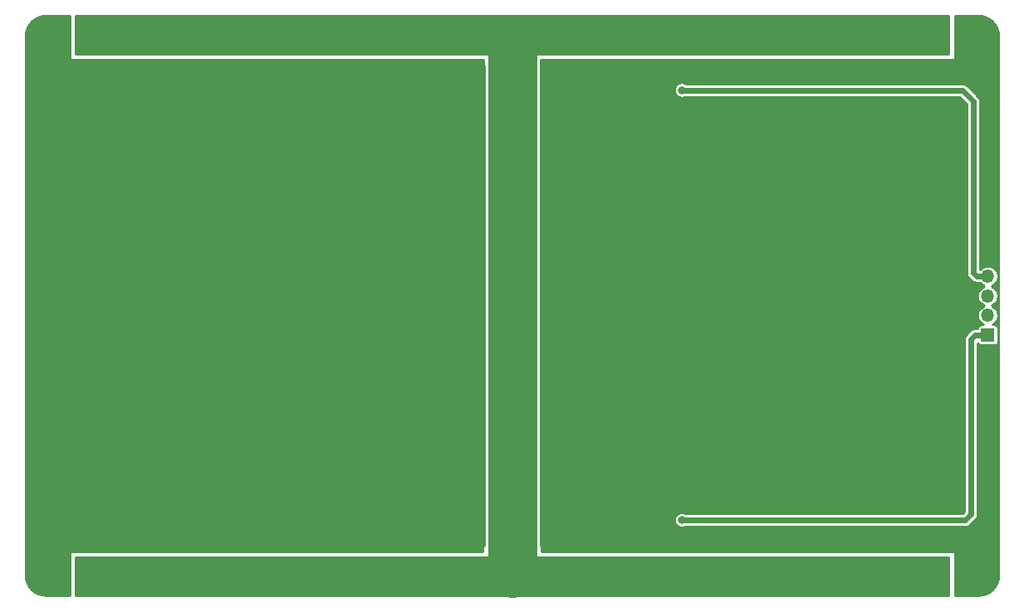
<source format=gbr>
G04 #@! TF.GenerationSoftware,KiCad,Pcbnew,5.1.5*
G04 #@! TF.CreationDate,2019-12-23T15:18:02+01:00*
G04 #@! TF.ProjectId,ledside_rev18A,6c656473-6964-4655-9f72-65763138412e,rev?*
G04 #@! TF.SameCoordinates,Original*
G04 #@! TF.FileFunction,Copper,L2,Bot*
G04 #@! TF.FilePolarity,Positive*
%FSLAX46Y46*%
G04 Gerber Fmt 4.6, Leading zero omitted, Abs format (unit mm)*
G04 Created by KiCad (PCBNEW 5.1.5) date 2019-12-23 15:18:02*
%MOMM*%
%LPD*%
G04 APERTURE LIST*
%ADD10O,1.350000X1.350000*%
%ADD11R,1.350000X1.350000*%
%ADD12C,4.400000*%
%ADD13C,0.700000*%
%ADD14C,0.800000*%
%ADD15C,5.000000*%
%ADD16C,0.600000*%
%ADD17C,0.254000*%
G04 APERTURE END LIST*
D10*
X118500000Y-47000000D03*
X118500000Y-49000000D03*
X118500000Y-51000000D03*
D11*
X118500000Y-53000000D03*
D12*
X117500000Y-77500000D03*
D13*
X119150000Y-77500000D03*
X118666726Y-76333274D03*
X117500000Y-75850000D03*
X116333274Y-76333274D03*
X115850000Y-77500000D03*
X116333274Y-78666726D03*
X117500000Y-79150000D03*
X118666726Y-78666726D03*
X118666726Y-23666726D03*
X117500000Y-24150000D03*
X116333274Y-23666726D03*
X115850000Y-22500000D03*
X116333274Y-21333274D03*
X117500000Y-20850000D03*
X118666726Y-21333274D03*
X119150000Y-22500000D03*
D12*
X117500000Y-22500000D03*
X70000000Y-77500000D03*
D13*
X71650000Y-77500000D03*
X71166726Y-76333274D03*
X70000000Y-75850000D03*
X68833274Y-76333274D03*
X68350000Y-77500000D03*
X68833274Y-78666726D03*
X70000000Y-79150000D03*
X71166726Y-78666726D03*
X71166726Y-23666726D03*
X70000000Y-24150000D03*
X68833274Y-23666726D03*
X68350000Y-22500000D03*
X68833274Y-21333274D03*
X70000000Y-20850000D03*
X71166726Y-21333274D03*
X71650000Y-22500000D03*
D12*
X70000000Y-22500000D03*
X22500000Y-77500000D03*
D13*
X24150000Y-77500000D03*
X23666726Y-76333274D03*
X22500000Y-75850000D03*
X21333274Y-76333274D03*
X20850000Y-77500000D03*
X21333274Y-78666726D03*
X22500000Y-79150000D03*
X23666726Y-78666726D03*
X23666726Y-23666726D03*
X22500000Y-24150000D03*
X21333274Y-23666726D03*
X20850000Y-22500000D03*
X21333274Y-21333274D03*
X22500000Y-20850000D03*
X23666726Y-21333274D03*
X24150000Y-22500000D03*
D12*
X22500000Y-22500000D03*
D14*
X21500000Y-45000000D03*
X21500000Y-42500000D03*
X21500000Y-47500000D03*
X21500000Y-62500000D03*
X21500000Y-50000000D03*
X21500000Y-65000000D03*
X21500000Y-40000000D03*
X21500000Y-30000000D03*
X21500000Y-27500000D03*
X21500000Y-37500000D03*
X21500000Y-35000000D03*
X21500000Y-32500000D03*
X21500000Y-67500000D03*
X21500000Y-72500000D03*
X21500000Y-70000000D03*
X118500000Y-40000000D03*
X118500000Y-65000000D03*
X118500000Y-70000000D03*
X118500000Y-35000000D03*
X118500000Y-67500000D03*
X118500000Y-62500000D03*
X118500000Y-37500000D03*
X118500000Y-27500000D03*
X118500000Y-32500000D03*
X118500000Y-30000000D03*
X118500000Y-72500000D03*
X109200000Y-50000000D03*
X107450000Y-50000000D03*
X102250000Y-50000000D03*
X105750000Y-50000000D03*
X104000000Y-50000000D03*
X21500000Y-55000000D03*
X21500000Y-60000000D03*
X21500000Y-57500000D03*
X21500000Y-52500000D03*
X118500000Y-57500000D03*
X118500000Y-60000000D03*
X118500000Y-55000000D03*
X118500000Y-45000000D03*
X118500000Y-42500000D03*
X75000000Y-78500000D03*
X77500000Y-78500000D03*
X80000000Y-78500000D03*
X82500000Y-78500000D03*
X85000000Y-78500000D03*
X92500000Y-78500000D03*
X87500000Y-78500000D03*
X90000000Y-78500000D03*
X107500000Y-78500000D03*
X95000000Y-78500000D03*
X102500000Y-78500000D03*
X112500000Y-78500000D03*
X97500000Y-78500000D03*
X105000000Y-78500000D03*
X100000000Y-78500000D03*
X110000000Y-78500000D03*
X47500000Y-78500000D03*
X40000000Y-78500000D03*
X27500000Y-78500000D03*
X35000000Y-78500000D03*
X45000000Y-78500000D03*
X60000000Y-78500000D03*
X30000000Y-78500000D03*
X37500000Y-78500000D03*
X50000000Y-78500000D03*
X57500000Y-78500000D03*
X52500000Y-78500000D03*
X65000000Y-78500000D03*
X32500000Y-78500000D03*
X62500000Y-78500000D03*
X42500000Y-78500000D03*
X55000000Y-78500000D03*
X95000000Y-21500000D03*
X50000000Y-21500000D03*
X87500000Y-21500000D03*
X75000000Y-21500000D03*
X82500000Y-21500000D03*
X92500000Y-21500000D03*
X107500000Y-21500000D03*
X37500000Y-21500000D03*
X35000000Y-21500000D03*
X32500000Y-21500000D03*
X55000000Y-21500000D03*
X77500000Y-21500000D03*
X62500000Y-21500000D03*
X85000000Y-21500000D03*
X97500000Y-21500000D03*
X105000000Y-21500000D03*
X27500000Y-21500000D03*
X45000000Y-21500000D03*
X52500000Y-21500000D03*
X30000000Y-21500000D03*
X40000000Y-21500000D03*
X65000000Y-21500000D03*
X100000000Y-21500000D03*
X42500000Y-21500000D03*
X60000000Y-21500000D03*
X47500000Y-21500000D03*
X112500000Y-21500000D03*
X80000000Y-21500000D03*
X110000000Y-21500000D03*
X90000000Y-21500000D03*
X57500000Y-21500000D03*
X102500000Y-21500000D03*
X87300000Y-28000000D03*
X87299986Y-71900000D03*
D15*
X70000000Y-77300000D02*
X70000000Y-44800000D01*
X70000000Y-44900000D02*
X70000000Y-22800000D01*
D16*
X117000000Y-46650000D02*
X117350000Y-47000000D01*
X117350000Y-47000000D02*
X118500000Y-47000000D01*
X117000000Y-29100000D02*
X117000000Y-46650000D01*
X87300000Y-28000000D02*
X115900000Y-28000000D01*
X115900000Y-28000000D02*
X117000000Y-29100000D01*
X87300000Y-71899986D02*
X87299986Y-71900000D01*
X116800000Y-53400000D02*
X116800000Y-71300000D01*
X116800000Y-71300000D02*
X116200014Y-71899986D01*
X118500000Y-53000000D02*
X117200000Y-53000000D01*
X117200000Y-53000000D02*
X116800000Y-53400000D01*
X116200014Y-71899986D02*
X87300000Y-71899986D01*
D17*
G36*
X24873000Y-24800000D02*
G01*
X24875440Y-24824776D01*
X24882667Y-24848601D01*
X24894403Y-24870557D01*
X24910197Y-24889803D01*
X24929443Y-24905597D01*
X24951399Y-24917333D01*
X24975224Y-24924560D01*
X25000000Y-24927000D01*
X67073000Y-24927000D01*
X67073000Y-25400000D01*
X67075440Y-25424776D01*
X67082667Y-25448601D01*
X67094403Y-25470557D01*
X67110197Y-25489803D01*
X67119001Y-25497028D01*
X67119000Y-45041525D01*
X67119001Y-45041535D01*
X67119000Y-74477328D01*
X67101399Y-74482667D01*
X67079443Y-74494403D01*
X67060197Y-74510197D01*
X67044403Y-74529443D01*
X67032667Y-74551399D01*
X67025440Y-74575224D01*
X67023000Y-74600000D01*
X67023000Y-75073000D01*
X25000000Y-75073000D01*
X24975224Y-75075440D01*
X24951399Y-75082667D01*
X24929443Y-75094403D01*
X24910197Y-75110197D01*
X24894403Y-75129443D01*
X24882667Y-75151399D01*
X24875440Y-75175224D01*
X24873000Y-75200000D01*
X24873000Y-79594000D01*
X22519854Y-79594000D01*
X22093654Y-79552211D01*
X21702781Y-79434199D01*
X21342274Y-79242514D01*
X21025865Y-78984457D01*
X20765609Y-78669860D01*
X20571414Y-78310704D01*
X20450677Y-77920667D01*
X20406000Y-77495594D01*
X20406000Y-22519854D01*
X20447789Y-22093655D01*
X20565802Y-21702778D01*
X20757484Y-21342277D01*
X21015539Y-21025869D01*
X21330138Y-20765610D01*
X21689295Y-20571414D01*
X22079333Y-20450677D01*
X22504406Y-20406000D01*
X24873000Y-20406000D01*
X24873000Y-24800000D01*
G37*
X24873000Y-24800000D02*
X24875440Y-24824776D01*
X24882667Y-24848601D01*
X24894403Y-24870557D01*
X24910197Y-24889803D01*
X24929443Y-24905597D01*
X24951399Y-24917333D01*
X24975224Y-24924560D01*
X25000000Y-24927000D01*
X67073000Y-24927000D01*
X67073000Y-25400000D01*
X67075440Y-25424776D01*
X67082667Y-25448601D01*
X67094403Y-25470557D01*
X67110197Y-25489803D01*
X67119001Y-25497028D01*
X67119000Y-45041525D01*
X67119001Y-45041535D01*
X67119000Y-74477328D01*
X67101399Y-74482667D01*
X67079443Y-74494403D01*
X67060197Y-74510197D01*
X67044403Y-74529443D01*
X67032667Y-74551399D01*
X67025440Y-74575224D01*
X67023000Y-74600000D01*
X67023000Y-75073000D01*
X25000000Y-75073000D01*
X24975224Y-75075440D01*
X24951399Y-75082667D01*
X24929443Y-75094403D01*
X24910197Y-75110197D01*
X24894403Y-75129443D01*
X24882667Y-75151399D01*
X24875440Y-75175224D01*
X24873000Y-75200000D01*
X24873000Y-79594000D01*
X22519854Y-79594000D01*
X22093654Y-79552211D01*
X21702781Y-79434199D01*
X21342274Y-79242514D01*
X21025865Y-78984457D01*
X20765609Y-78669860D01*
X20571414Y-78310704D01*
X20450677Y-77920667D01*
X20406000Y-77495594D01*
X20406000Y-22519854D01*
X20447789Y-22093655D01*
X20565802Y-21702778D01*
X20757484Y-21342277D01*
X21015539Y-21025869D01*
X21330138Y-20765610D01*
X21689295Y-20571414D01*
X22079333Y-20450677D01*
X22504406Y-20406000D01*
X24873000Y-20406000D01*
X24873000Y-24800000D01*
G36*
X117906345Y-20447789D02*
G01*
X118297222Y-20565802D01*
X118657723Y-20757484D01*
X118974131Y-21015539D01*
X119234390Y-21330138D01*
X119428586Y-21689295D01*
X119549323Y-22079333D01*
X119594000Y-22504406D01*
X119594001Y-77480136D01*
X119552211Y-77906346D01*
X119434199Y-78297219D01*
X119242514Y-78657726D01*
X118984457Y-78974135D01*
X118669860Y-79234391D01*
X118310704Y-79428586D01*
X117920667Y-79549323D01*
X117495594Y-79594000D01*
X115127000Y-79594000D01*
X115127000Y-75200000D01*
X115124560Y-75175224D01*
X115117333Y-75151399D01*
X115105597Y-75129443D01*
X115089803Y-75110197D01*
X115070557Y-75094403D01*
X115048601Y-75082667D01*
X115024776Y-75075440D01*
X115000000Y-75073000D01*
X72977000Y-75073000D01*
X72977000Y-74600000D01*
X72974560Y-74575224D01*
X72967333Y-74551399D01*
X72955597Y-74529443D01*
X72939803Y-74510197D01*
X72920557Y-74494403D01*
X72898601Y-74482667D01*
X72881000Y-74477328D01*
X72881000Y-71823078D01*
X86518986Y-71823078D01*
X86518986Y-71976922D01*
X86548999Y-72127809D01*
X86607873Y-72269942D01*
X86693344Y-72397859D01*
X86802127Y-72506642D01*
X86930044Y-72592113D01*
X87072177Y-72650987D01*
X87223064Y-72681000D01*
X87376908Y-72681000D01*
X87527795Y-72650987D01*
X87669928Y-72592113D01*
X87686581Y-72580986D01*
X116166561Y-72580986D01*
X116200014Y-72584281D01*
X116233467Y-72580986D01*
X116333513Y-72571132D01*
X116461882Y-72532192D01*
X116580188Y-72468956D01*
X116683884Y-72383856D01*
X116705218Y-72357860D01*
X117257884Y-71805196D01*
X117283870Y-71783870D01*
X117368970Y-71680174D01*
X117432206Y-71561868D01*
X117471146Y-71433499D01*
X117481000Y-71333453D01*
X117481000Y-71333452D01*
X117484295Y-71300001D01*
X117481000Y-71266550D01*
X117481000Y-53839657D01*
X117506678Y-53887696D01*
X117554289Y-53945711D01*
X117612304Y-53993322D01*
X117678492Y-54028701D01*
X117750311Y-54050487D01*
X117825000Y-54057843D01*
X119175000Y-54057843D01*
X119249689Y-54050487D01*
X119321508Y-54028701D01*
X119387696Y-53993322D01*
X119445711Y-53945711D01*
X119493322Y-53887696D01*
X119528701Y-53821508D01*
X119550487Y-53749689D01*
X119557843Y-53675000D01*
X119557843Y-52325000D01*
X119550487Y-52250311D01*
X119528701Y-52178492D01*
X119493322Y-52112304D01*
X119445711Y-52054289D01*
X119387696Y-52006678D01*
X119321508Y-51971299D01*
X119249689Y-51949513D01*
X119175000Y-51942157D01*
X118984893Y-51942157D01*
X119000204Y-51935815D01*
X119173161Y-51820249D01*
X119320249Y-51673161D01*
X119435815Y-51500204D01*
X119515419Y-51308024D01*
X119556000Y-51104007D01*
X119556000Y-50895993D01*
X119515419Y-50691976D01*
X119435815Y-50499796D01*
X119320249Y-50326839D01*
X119173161Y-50179751D01*
X119000204Y-50064185D01*
X118845249Y-50000000D01*
X119000204Y-49935815D01*
X119173161Y-49820249D01*
X119320249Y-49673161D01*
X119435815Y-49500204D01*
X119515419Y-49308024D01*
X119556000Y-49104007D01*
X119556000Y-48895993D01*
X119515419Y-48691976D01*
X119435815Y-48499796D01*
X119320249Y-48326839D01*
X119173161Y-48179751D01*
X119000204Y-48064185D01*
X118845249Y-48000000D01*
X119000204Y-47935815D01*
X119173161Y-47820249D01*
X119320249Y-47673161D01*
X119435815Y-47500204D01*
X119515419Y-47308024D01*
X119556000Y-47104007D01*
X119556000Y-46895993D01*
X119515419Y-46691976D01*
X119435815Y-46499796D01*
X119320249Y-46326839D01*
X119173161Y-46179751D01*
X119000204Y-46064185D01*
X118808024Y-45984581D01*
X118604007Y-45944000D01*
X118395993Y-45944000D01*
X118191976Y-45984581D01*
X117999796Y-46064185D01*
X117826839Y-46179751D01*
X117687590Y-46319000D01*
X117681000Y-46319000D01*
X117681000Y-29133453D01*
X117684295Y-29100000D01*
X117671146Y-28966501D01*
X117632206Y-28838133D01*
X117632206Y-28838132D01*
X117568970Y-28719826D01*
X117483869Y-28616130D01*
X117457883Y-28594804D01*
X116405204Y-27542126D01*
X116383870Y-27516130D01*
X116280174Y-27431030D01*
X116161868Y-27367794D01*
X116033499Y-27328854D01*
X115933453Y-27319000D01*
X115900000Y-27315705D01*
X115866547Y-27319000D01*
X87686574Y-27319000D01*
X87669942Y-27307887D01*
X87527809Y-27249013D01*
X87376922Y-27219000D01*
X87223078Y-27219000D01*
X87072191Y-27249013D01*
X86930058Y-27307887D01*
X86802141Y-27393358D01*
X86693358Y-27502141D01*
X86607887Y-27630058D01*
X86549013Y-27772191D01*
X86519000Y-27923078D01*
X86519000Y-28076922D01*
X86549013Y-28227809D01*
X86607887Y-28369942D01*
X86693358Y-28497859D01*
X86802141Y-28606642D01*
X86930058Y-28692113D01*
X87072191Y-28750987D01*
X87223078Y-28781000D01*
X87376922Y-28781000D01*
X87527809Y-28750987D01*
X87669942Y-28692113D01*
X87686574Y-28681000D01*
X115617922Y-28681000D01*
X116319000Y-29382079D01*
X116319001Y-46616537D01*
X116315705Y-46650000D01*
X116328854Y-46783498D01*
X116354033Y-46866501D01*
X116367795Y-46911868D01*
X116431031Y-47030174D01*
X116516131Y-47133870D01*
X116542122Y-47155200D01*
X116844796Y-47457874D01*
X116866130Y-47483870D01*
X116969826Y-47568970D01*
X117088132Y-47632206D01*
X117216501Y-47671146D01*
X117350000Y-47684295D01*
X117383453Y-47681000D01*
X117687590Y-47681000D01*
X117826839Y-47820249D01*
X117999796Y-47935815D01*
X118154751Y-48000000D01*
X117999796Y-48064185D01*
X117826839Y-48179751D01*
X117679751Y-48326839D01*
X117564185Y-48499796D01*
X117484581Y-48691976D01*
X117444000Y-48895993D01*
X117444000Y-49104007D01*
X117484581Y-49308024D01*
X117564185Y-49500204D01*
X117679751Y-49673161D01*
X117826839Y-49820249D01*
X117999796Y-49935815D01*
X118154751Y-50000000D01*
X117999796Y-50064185D01*
X117826839Y-50179751D01*
X117679751Y-50326839D01*
X117564185Y-50499796D01*
X117484581Y-50691976D01*
X117444000Y-50895993D01*
X117444000Y-51104007D01*
X117484581Y-51308024D01*
X117564185Y-51500204D01*
X117679751Y-51673161D01*
X117826839Y-51820249D01*
X117999796Y-51935815D01*
X118015107Y-51942157D01*
X117825000Y-51942157D01*
X117750311Y-51949513D01*
X117678492Y-51971299D01*
X117612304Y-52006678D01*
X117554289Y-52054289D01*
X117506678Y-52112304D01*
X117471299Y-52178492D01*
X117449513Y-52250311D01*
X117442748Y-52319000D01*
X117233450Y-52319000D01*
X117199999Y-52315705D01*
X117166548Y-52319000D01*
X117166547Y-52319000D01*
X117066501Y-52328854D01*
X116938132Y-52367794D01*
X116819826Y-52431030D01*
X116716130Y-52516130D01*
X116694800Y-52542122D01*
X116342122Y-52894800D01*
X116316130Y-52916131D01*
X116231030Y-53019827D01*
X116167794Y-53138133D01*
X116130260Y-53261868D01*
X116128854Y-53266502D01*
X116115705Y-53400000D01*
X116119000Y-53433453D01*
X116119001Y-71017920D01*
X115917935Y-71218986D01*
X87686539Y-71218986D01*
X87669928Y-71207887D01*
X87527795Y-71149013D01*
X87376908Y-71119000D01*
X87223064Y-71119000D01*
X87072177Y-71149013D01*
X86930044Y-71207887D01*
X86802127Y-71293358D01*
X86693344Y-71402141D01*
X86607873Y-71530058D01*
X86548999Y-71672191D01*
X86518986Y-71823078D01*
X72881000Y-71823078D01*
X72881000Y-25497027D01*
X72889803Y-25489803D01*
X72905597Y-25470557D01*
X72917333Y-25448601D01*
X72924560Y-25424776D01*
X72927000Y-25400000D01*
X72927000Y-24927000D01*
X115000000Y-24927000D01*
X115024776Y-24924560D01*
X115048601Y-24917333D01*
X115070557Y-24905597D01*
X115089803Y-24889803D01*
X115105597Y-24870557D01*
X115117333Y-24848601D01*
X115124560Y-24824776D01*
X115127000Y-24800000D01*
X115127000Y-20406000D01*
X117480146Y-20406000D01*
X117906345Y-20447789D01*
G37*
X117906345Y-20447789D02*
X118297222Y-20565802D01*
X118657723Y-20757484D01*
X118974131Y-21015539D01*
X119234390Y-21330138D01*
X119428586Y-21689295D01*
X119549323Y-22079333D01*
X119594000Y-22504406D01*
X119594001Y-77480136D01*
X119552211Y-77906346D01*
X119434199Y-78297219D01*
X119242514Y-78657726D01*
X118984457Y-78974135D01*
X118669860Y-79234391D01*
X118310704Y-79428586D01*
X117920667Y-79549323D01*
X117495594Y-79594000D01*
X115127000Y-79594000D01*
X115127000Y-75200000D01*
X115124560Y-75175224D01*
X115117333Y-75151399D01*
X115105597Y-75129443D01*
X115089803Y-75110197D01*
X115070557Y-75094403D01*
X115048601Y-75082667D01*
X115024776Y-75075440D01*
X115000000Y-75073000D01*
X72977000Y-75073000D01*
X72977000Y-74600000D01*
X72974560Y-74575224D01*
X72967333Y-74551399D01*
X72955597Y-74529443D01*
X72939803Y-74510197D01*
X72920557Y-74494403D01*
X72898601Y-74482667D01*
X72881000Y-74477328D01*
X72881000Y-71823078D01*
X86518986Y-71823078D01*
X86518986Y-71976922D01*
X86548999Y-72127809D01*
X86607873Y-72269942D01*
X86693344Y-72397859D01*
X86802127Y-72506642D01*
X86930044Y-72592113D01*
X87072177Y-72650987D01*
X87223064Y-72681000D01*
X87376908Y-72681000D01*
X87527795Y-72650987D01*
X87669928Y-72592113D01*
X87686581Y-72580986D01*
X116166561Y-72580986D01*
X116200014Y-72584281D01*
X116233467Y-72580986D01*
X116333513Y-72571132D01*
X116461882Y-72532192D01*
X116580188Y-72468956D01*
X116683884Y-72383856D01*
X116705218Y-72357860D01*
X117257884Y-71805196D01*
X117283870Y-71783870D01*
X117368970Y-71680174D01*
X117432206Y-71561868D01*
X117471146Y-71433499D01*
X117481000Y-71333453D01*
X117481000Y-71333452D01*
X117484295Y-71300001D01*
X117481000Y-71266550D01*
X117481000Y-53839657D01*
X117506678Y-53887696D01*
X117554289Y-53945711D01*
X117612304Y-53993322D01*
X117678492Y-54028701D01*
X117750311Y-54050487D01*
X117825000Y-54057843D01*
X119175000Y-54057843D01*
X119249689Y-54050487D01*
X119321508Y-54028701D01*
X119387696Y-53993322D01*
X119445711Y-53945711D01*
X119493322Y-53887696D01*
X119528701Y-53821508D01*
X119550487Y-53749689D01*
X119557843Y-53675000D01*
X119557843Y-52325000D01*
X119550487Y-52250311D01*
X119528701Y-52178492D01*
X119493322Y-52112304D01*
X119445711Y-52054289D01*
X119387696Y-52006678D01*
X119321508Y-51971299D01*
X119249689Y-51949513D01*
X119175000Y-51942157D01*
X118984893Y-51942157D01*
X119000204Y-51935815D01*
X119173161Y-51820249D01*
X119320249Y-51673161D01*
X119435815Y-51500204D01*
X119515419Y-51308024D01*
X119556000Y-51104007D01*
X119556000Y-50895993D01*
X119515419Y-50691976D01*
X119435815Y-50499796D01*
X119320249Y-50326839D01*
X119173161Y-50179751D01*
X119000204Y-50064185D01*
X118845249Y-50000000D01*
X119000204Y-49935815D01*
X119173161Y-49820249D01*
X119320249Y-49673161D01*
X119435815Y-49500204D01*
X119515419Y-49308024D01*
X119556000Y-49104007D01*
X119556000Y-48895993D01*
X119515419Y-48691976D01*
X119435815Y-48499796D01*
X119320249Y-48326839D01*
X119173161Y-48179751D01*
X119000204Y-48064185D01*
X118845249Y-48000000D01*
X119000204Y-47935815D01*
X119173161Y-47820249D01*
X119320249Y-47673161D01*
X119435815Y-47500204D01*
X119515419Y-47308024D01*
X119556000Y-47104007D01*
X119556000Y-46895993D01*
X119515419Y-46691976D01*
X119435815Y-46499796D01*
X119320249Y-46326839D01*
X119173161Y-46179751D01*
X119000204Y-46064185D01*
X118808024Y-45984581D01*
X118604007Y-45944000D01*
X118395993Y-45944000D01*
X118191976Y-45984581D01*
X117999796Y-46064185D01*
X117826839Y-46179751D01*
X117687590Y-46319000D01*
X117681000Y-46319000D01*
X117681000Y-29133453D01*
X117684295Y-29100000D01*
X117671146Y-28966501D01*
X117632206Y-28838133D01*
X117632206Y-28838132D01*
X117568970Y-28719826D01*
X117483869Y-28616130D01*
X117457883Y-28594804D01*
X116405204Y-27542126D01*
X116383870Y-27516130D01*
X116280174Y-27431030D01*
X116161868Y-27367794D01*
X116033499Y-27328854D01*
X115933453Y-27319000D01*
X115900000Y-27315705D01*
X115866547Y-27319000D01*
X87686574Y-27319000D01*
X87669942Y-27307887D01*
X87527809Y-27249013D01*
X87376922Y-27219000D01*
X87223078Y-27219000D01*
X87072191Y-27249013D01*
X86930058Y-27307887D01*
X86802141Y-27393358D01*
X86693358Y-27502141D01*
X86607887Y-27630058D01*
X86549013Y-27772191D01*
X86519000Y-27923078D01*
X86519000Y-28076922D01*
X86549013Y-28227809D01*
X86607887Y-28369942D01*
X86693358Y-28497859D01*
X86802141Y-28606642D01*
X86930058Y-28692113D01*
X87072191Y-28750987D01*
X87223078Y-28781000D01*
X87376922Y-28781000D01*
X87527809Y-28750987D01*
X87669942Y-28692113D01*
X87686574Y-28681000D01*
X115617922Y-28681000D01*
X116319000Y-29382079D01*
X116319001Y-46616537D01*
X116315705Y-46650000D01*
X116328854Y-46783498D01*
X116354033Y-46866501D01*
X116367795Y-46911868D01*
X116431031Y-47030174D01*
X116516131Y-47133870D01*
X116542122Y-47155200D01*
X116844796Y-47457874D01*
X116866130Y-47483870D01*
X116969826Y-47568970D01*
X117088132Y-47632206D01*
X117216501Y-47671146D01*
X117350000Y-47684295D01*
X117383453Y-47681000D01*
X117687590Y-47681000D01*
X117826839Y-47820249D01*
X117999796Y-47935815D01*
X118154751Y-48000000D01*
X117999796Y-48064185D01*
X117826839Y-48179751D01*
X117679751Y-48326839D01*
X117564185Y-48499796D01*
X117484581Y-48691976D01*
X117444000Y-48895993D01*
X117444000Y-49104007D01*
X117484581Y-49308024D01*
X117564185Y-49500204D01*
X117679751Y-49673161D01*
X117826839Y-49820249D01*
X117999796Y-49935815D01*
X118154751Y-50000000D01*
X117999796Y-50064185D01*
X117826839Y-50179751D01*
X117679751Y-50326839D01*
X117564185Y-50499796D01*
X117484581Y-50691976D01*
X117444000Y-50895993D01*
X117444000Y-51104007D01*
X117484581Y-51308024D01*
X117564185Y-51500204D01*
X117679751Y-51673161D01*
X117826839Y-51820249D01*
X117999796Y-51935815D01*
X118015107Y-51942157D01*
X117825000Y-51942157D01*
X117750311Y-51949513D01*
X117678492Y-51971299D01*
X117612304Y-52006678D01*
X117554289Y-52054289D01*
X117506678Y-52112304D01*
X117471299Y-52178492D01*
X117449513Y-52250311D01*
X117442748Y-52319000D01*
X117233450Y-52319000D01*
X117199999Y-52315705D01*
X117166548Y-52319000D01*
X117166547Y-52319000D01*
X117066501Y-52328854D01*
X116938132Y-52367794D01*
X116819826Y-52431030D01*
X116716130Y-52516130D01*
X116694800Y-52542122D01*
X116342122Y-52894800D01*
X116316130Y-52916131D01*
X116231030Y-53019827D01*
X116167794Y-53138133D01*
X116130260Y-53261868D01*
X116128854Y-53266502D01*
X116115705Y-53400000D01*
X116119000Y-53433453D01*
X116119001Y-71017920D01*
X115917935Y-71218986D01*
X87686539Y-71218986D01*
X87669928Y-71207887D01*
X87527795Y-71149013D01*
X87376908Y-71119000D01*
X87223064Y-71119000D01*
X87072177Y-71149013D01*
X86930044Y-71207887D01*
X86802127Y-71293358D01*
X86693344Y-71402141D01*
X86607873Y-71530058D01*
X86548999Y-71672191D01*
X86518986Y-71823078D01*
X72881000Y-71823078D01*
X72881000Y-25497027D01*
X72889803Y-25489803D01*
X72905597Y-25470557D01*
X72917333Y-25448601D01*
X72924560Y-25424776D01*
X72927000Y-25400000D01*
X72927000Y-24927000D01*
X115000000Y-24927000D01*
X115024776Y-24924560D01*
X115048601Y-24917333D01*
X115070557Y-24905597D01*
X115089803Y-24889803D01*
X115105597Y-24870557D01*
X115117333Y-24848601D01*
X115124560Y-24824776D01*
X115127000Y-24800000D01*
X115127000Y-20406000D01*
X117480146Y-20406000D01*
X117906345Y-20447789D01*
G36*
X114473000Y-79594000D02*
G01*
X25527000Y-79594000D01*
X25527000Y-75727000D01*
X114473000Y-75727000D01*
X114473000Y-79594000D01*
G37*
X114473000Y-79594000D02*
X25527000Y-79594000D01*
X25527000Y-75727000D01*
X114473000Y-75727000D01*
X114473000Y-79594000D01*
G36*
X114473000Y-24273000D02*
G01*
X25527000Y-24273000D01*
X25527000Y-20406000D01*
X114473000Y-20406000D01*
X114473000Y-24273000D01*
G37*
X114473000Y-24273000D02*
X25527000Y-24273000D01*
X25527000Y-20406000D01*
X114473000Y-20406000D01*
X114473000Y-24273000D01*
M02*

</source>
